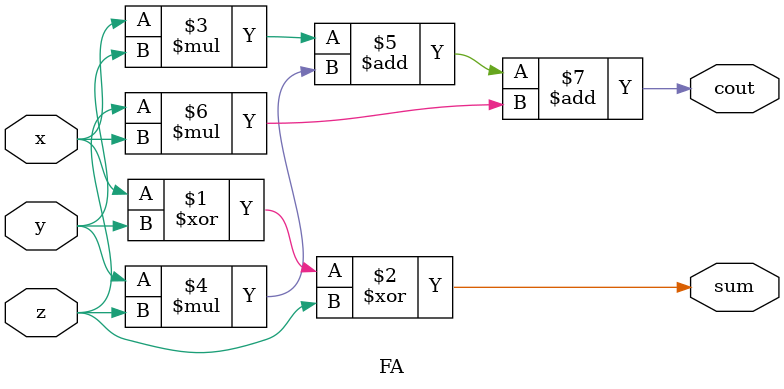
<source format=v>

module top_module (
    input [3:0] x,
    input [3:0] y, 
    output [4:0] sum);
  	wire c0,c1,c2,c3;
    assign sum[4]=c3;
    FA fadd1(x[0],y[0],0,sum[0],c0);
    FA fadd2(x[1],y[1],c0,sum[1],c1);
    FA fadd3(x[2],y[2],c1,sum[2],c2);
    FA fadd4(x[3],y[3],c2,sum[3],c3);
endmodule

module FA(input x,y,z,output sum,cout);
    assign sum = x^y^z;
    assign cout = (x*y)+(y*z)+(z*x);
endmodule

</source>
